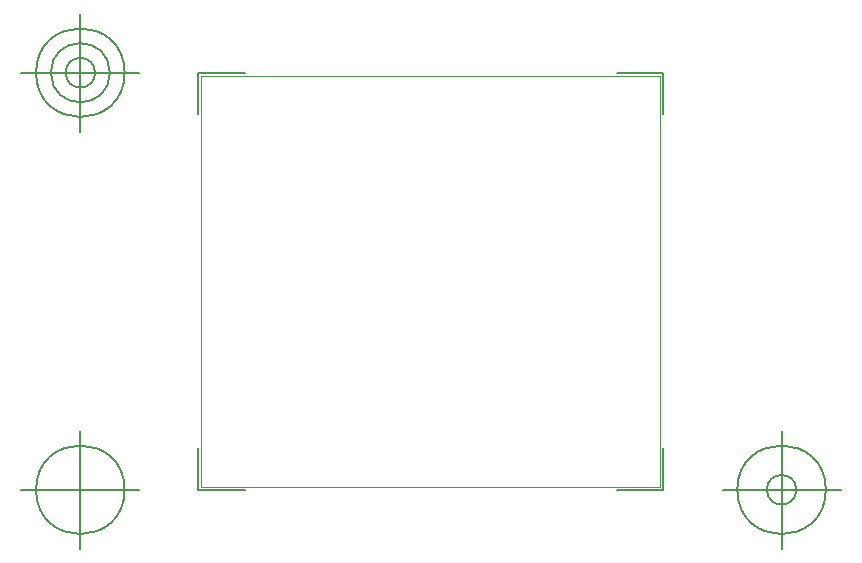
<source format=gbr>
G04 Generated by Ultiboard 14.1 *
%FSLAX33Y33*%
%MOMM*%

%ADD10C,0.001*%
%ADD11C,0.001*%
%ADD12C,0.127*%


G04 ColorRGB 00FFFF for the following layer *
%LNBoard Outline*%
%LPD*%
G54D10*
G54D11*
X31750Y38100D02*
X70613Y38100D01*
X70613Y72904D01*
X31750Y72904D01*
X31750Y38100D01*
G54D12*
X31496Y37846D02*
X31496Y41377D01*
X31496Y37846D02*
X35433Y37846D01*
X70867Y37846D02*
X66930Y37846D01*
X70867Y37846D02*
X70867Y41377D01*
X70867Y73158D02*
X70867Y69627D01*
X70867Y73158D02*
X66930Y73158D01*
X31496Y73158D02*
X35433Y73158D01*
X31496Y73158D02*
X31496Y69627D01*
X26496Y37846D02*
X16496Y37846D01*
X21496Y32846D02*
X21496Y42846D01*
X17746Y37846D02*
G75*
D01*
G02X17746Y37846I3750J0*
G01*
X75867Y37846D02*
X85867Y37846D01*
X80867Y32846D02*
X80867Y42846D01*
X77117Y37846D02*
G75*
D01*
G02X77117Y37846I3750J0*
G01*
X79617Y37846D02*
G75*
D01*
G02X79617Y37846I1250J0*
G01*
X26496Y73158D02*
X16496Y73158D01*
X21496Y68158D02*
X21496Y78158D01*
X17746Y73158D02*
G75*
D01*
G02X17746Y73158I3750J0*
G01*
X18996Y73158D02*
G75*
D01*
G02X18996Y73158I2500J0*
G01*
X20246Y73158D02*
G75*
D01*
G02X20246Y73158I1250J0*
G01*

M02*

</source>
